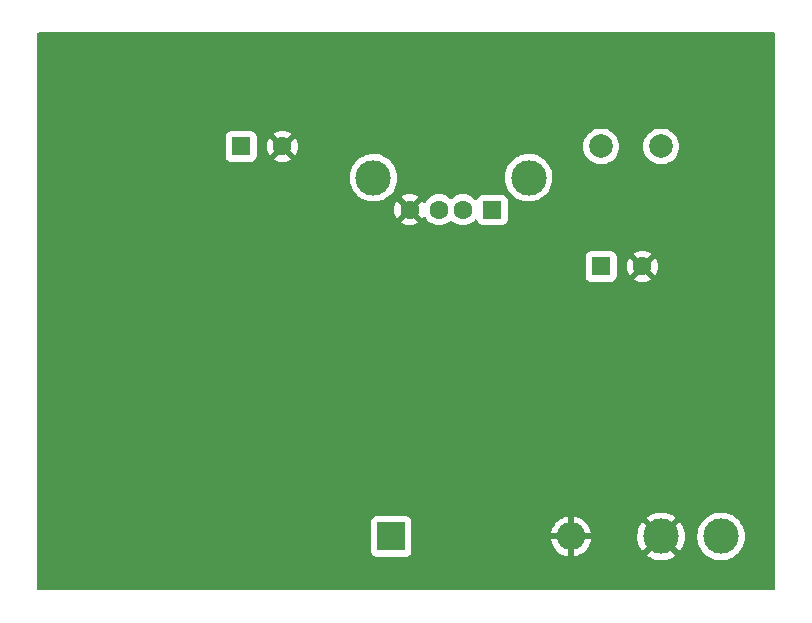
<source format=gbr>
%TF.GenerationSoftware,KiCad,Pcbnew,(6.0.4-0)*%
%TF.CreationDate,2022-04-27T17:17:29-07:00*%
%TF.ProjectId,DC_To_DC_Converter,44435f54-6f5f-4444-935f-436f6e766572,rev?*%
%TF.SameCoordinates,Original*%
%TF.FileFunction,Copper,L2,Bot*%
%TF.FilePolarity,Positive*%
%FSLAX46Y46*%
G04 Gerber Fmt 4.6, Leading zero omitted, Abs format (unit mm)*
G04 Created by KiCad (PCBNEW (6.0.4-0)) date 2022-04-27 17:17:29*
%MOMM*%
%LPD*%
G01*
G04 APERTURE LIST*
%TA.AperFunction,ComponentPad*%
%ADD10R,1.600000X1.600000*%
%TD*%
%TA.AperFunction,ComponentPad*%
%ADD11C,1.600000*%
%TD*%
%TA.AperFunction,ComponentPad*%
%ADD12C,2.000000*%
%TD*%
%TA.AperFunction,ComponentPad*%
%ADD13C,3.000000*%
%TD*%
%TA.AperFunction,ComponentPad*%
%ADD14R,2.400000X2.400000*%
%TD*%
%TA.AperFunction,ComponentPad*%
%ADD15O,2.400000X2.400000*%
%TD*%
%TA.AperFunction,ComponentPad*%
%ADD16R,1.600000X1.500000*%
%TD*%
G04 APERTURE END LIST*
D10*
%TO.P,C1,1*%
%TO.N,Net-(C1-Pad1)*%
X165100000Y-45720000D03*
D11*
%TO.P,C1,2*%
%TO.N,GND*%
X168600000Y-45720000D03*
%TD*%
D12*
%TO.P,FB1,1*%
%TO.N,Net-(FB1-Pad1)*%
X170180000Y-35560000D03*
%TO.P,FB1,2*%
%TO.N,Net-(C1-Pad1)*%
X165100000Y-35560000D03*
%TD*%
D13*
%TO.P,J1,1,Pin_1*%
%TO.N,Net-(FB1-Pad1)*%
X175260000Y-68580000D03*
%TO.P,J1,2,Pin_2*%
%TO.N,GND*%
X170180000Y-68580000D03*
%TD*%
D14*
%TO.P,D1,1,K*%
%TO.N,Net-(D1-Pad1)*%
X147320000Y-68580000D03*
D15*
%TO.P,D1,2,A*%
%TO.N,GND*%
X162560000Y-68580000D03*
%TD*%
D10*
%TO.P,C2,1*%
%TO.N,Net-(C2-Pad1)*%
X134620000Y-35560000D03*
D11*
%TO.P,C2,2*%
%TO.N,GND*%
X138120000Y-35560000D03*
%TD*%
D16*
%TO.P,J2,1,VBUS*%
%TO.N,Net-(C2-Pad1)*%
X155900000Y-40920000D03*
D11*
%TO.P,J2,2,D-*%
%TO.N,unconnected-(J2-Pad2)*%
X153400000Y-40920000D03*
%TO.P,J2,3,D+*%
%TO.N,unconnected-(J2-Pad3)*%
X151400000Y-40920000D03*
%TO.P,J2,4,GND*%
%TO.N,GND*%
X148900000Y-40920000D03*
D13*
%TO.P,J2,5,Shield*%
%TO.N,unconnected-(J2-Pad5)*%
X158970000Y-38210000D03*
X145830000Y-38210000D03*
%TD*%
%TA.AperFunction,Conductor*%
%TO.N,GND*%
G36*
X179773621Y-25928502D02*
G01*
X179820114Y-25982158D01*
X179831500Y-26034500D01*
X179831500Y-73025500D01*
X179811498Y-73093621D01*
X179757842Y-73140114D01*
X179705500Y-73151500D01*
X117474500Y-73151500D01*
X117406379Y-73131498D01*
X117359886Y-73077842D01*
X117348500Y-73025500D01*
X117348500Y-69828134D01*
X145611500Y-69828134D01*
X145618255Y-69890316D01*
X145669385Y-70026705D01*
X145756739Y-70143261D01*
X145873295Y-70230615D01*
X146009684Y-70281745D01*
X146071866Y-70288500D01*
X148568134Y-70288500D01*
X148630316Y-70281745D01*
X148766705Y-70230615D01*
X148883261Y-70143261D01*
X148970615Y-70026705D01*
X149021745Y-69890316D01*
X149028500Y-69828134D01*
X149028500Y-68853460D01*
X160872852Y-68853460D01*
X160908593Y-69033143D01*
X160911082Y-69042118D01*
X160993708Y-69272250D01*
X160997505Y-69280778D01*
X161113234Y-69496160D01*
X161118245Y-69504027D01*
X161264550Y-69699953D01*
X161270656Y-69706977D01*
X161444316Y-69879127D01*
X161451398Y-69885176D01*
X161648586Y-70029760D01*
X161656505Y-70034708D01*
X161872877Y-70148547D01*
X161881451Y-70152275D01*
X162112282Y-70232885D01*
X162121291Y-70235299D01*
X162288201Y-70266988D01*
X162301261Y-70265704D01*
X162305506Y-70252360D01*
X162814000Y-70252360D01*
X162818171Y-70266565D01*
X162830933Y-70268620D01*
X162867487Y-70264617D01*
X162876649Y-70262919D01*
X163113107Y-70200665D01*
X163121926Y-70197628D01*
X163187037Y-70169654D01*
X168955618Y-70169654D01*
X168962673Y-70179627D01*
X168993679Y-70205551D01*
X169000598Y-70210579D01*
X169225272Y-70351515D01*
X169232807Y-70355556D01*
X169474520Y-70464694D01*
X169482551Y-70467680D01*
X169736832Y-70543002D01*
X169745184Y-70544869D01*
X170007340Y-70584984D01*
X170015874Y-70585700D01*
X170281045Y-70589867D01*
X170289596Y-70589418D01*
X170552883Y-70557557D01*
X170561284Y-70555955D01*
X170817824Y-70488653D01*
X170825926Y-70485926D01*
X171070949Y-70384434D01*
X171078617Y-70380628D01*
X171307598Y-70246822D01*
X171314679Y-70242009D01*
X171394655Y-70179301D01*
X171403125Y-70167442D01*
X171396608Y-70155818D01*
X170192812Y-68952022D01*
X170178868Y-68944408D01*
X170177035Y-68944539D01*
X170170420Y-68948790D01*
X168962910Y-70156300D01*
X168955618Y-70169654D01*
X163187037Y-70169654D01*
X163346584Y-70101107D01*
X163354856Y-70096800D01*
X163562777Y-69968135D01*
X163570317Y-69962657D01*
X163756943Y-69804668D01*
X163763593Y-69798132D01*
X163924813Y-69614295D01*
X163930420Y-69606854D01*
X164062700Y-69401202D01*
X164067147Y-69393011D01*
X164167572Y-69170076D01*
X164170767Y-69161298D01*
X164237135Y-68925973D01*
X164238993Y-68916844D01*
X164247246Y-68851969D01*
X164244958Y-68837708D01*
X164231938Y-68834000D01*
X162832115Y-68834000D01*
X162816876Y-68838475D01*
X162815671Y-68839865D01*
X162814000Y-68847548D01*
X162814000Y-70252360D01*
X162305506Y-70252360D01*
X162306000Y-70250808D01*
X162306000Y-68852115D01*
X162301525Y-68836876D01*
X162300135Y-68835671D01*
X162292452Y-68834000D01*
X160887096Y-68834000D01*
X160874695Y-68837641D01*
X160872852Y-68853460D01*
X149028500Y-68853460D01*
X149028500Y-68563204D01*
X168167665Y-68563204D01*
X168182932Y-68827969D01*
X168184005Y-68836470D01*
X168235065Y-69096722D01*
X168237276Y-69104974D01*
X168323184Y-69355894D01*
X168326499Y-69363779D01*
X168445664Y-69600713D01*
X168450020Y-69608079D01*
X168579347Y-69796250D01*
X168589601Y-69804594D01*
X168603342Y-69797448D01*
X169807978Y-68592812D01*
X169814356Y-68581132D01*
X170544408Y-68581132D01*
X170544539Y-68582965D01*
X170548790Y-68589580D01*
X171755730Y-69796520D01*
X171767939Y-69803187D01*
X171779439Y-69794497D01*
X171876831Y-69661913D01*
X171881418Y-69654685D01*
X172007962Y-69421621D01*
X172011530Y-69413827D01*
X172105271Y-69165750D01*
X172107748Y-69157544D01*
X172166954Y-68899038D01*
X172168294Y-68890577D01*
X172192031Y-68624616D01*
X172192277Y-68619677D01*
X172192666Y-68582485D01*
X172192523Y-68577519D01*
X172191255Y-68558918D01*
X173246917Y-68558918D01*
X173262682Y-68832320D01*
X173263507Y-68836525D01*
X173263508Y-68836533D01*
X173284698Y-68944539D01*
X173315405Y-69101053D01*
X173316792Y-69105103D01*
X173316793Y-69105108D01*
X173337605Y-69165895D01*
X173404112Y-69360144D01*
X173527160Y-69604799D01*
X173529586Y-69608328D01*
X173529589Y-69608334D01*
X173658741Y-69796250D01*
X173682274Y-69830490D01*
X173866582Y-70033043D01*
X174076675Y-70208707D01*
X174080316Y-70210991D01*
X174305024Y-70351951D01*
X174305028Y-70351953D01*
X174308664Y-70354234D01*
X174376544Y-70384883D01*
X174554345Y-70465164D01*
X174554349Y-70465166D01*
X174558257Y-70466930D01*
X174562377Y-70468150D01*
X174562376Y-70468150D01*
X174816723Y-70543491D01*
X174816727Y-70543492D01*
X174820836Y-70544709D01*
X174825070Y-70545357D01*
X174825075Y-70545358D01*
X175087298Y-70585483D01*
X175087300Y-70585483D01*
X175091540Y-70586132D01*
X175230912Y-70588322D01*
X175361071Y-70590367D01*
X175361077Y-70590367D01*
X175365362Y-70590434D01*
X175637235Y-70557534D01*
X175902127Y-70488041D01*
X175906087Y-70486401D01*
X175906092Y-70486399D01*
X176028631Y-70435641D01*
X176155136Y-70383241D01*
X176327366Y-70282598D01*
X176387879Y-70247237D01*
X176387880Y-70247236D01*
X176391582Y-70245073D01*
X176607089Y-70076094D01*
X176648809Y-70033043D01*
X176731059Y-69948167D01*
X176797669Y-69879431D01*
X176800202Y-69875983D01*
X176800206Y-69875978D01*
X176957257Y-69662178D01*
X176959795Y-69658723D01*
X176961841Y-69654955D01*
X177088418Y-69421830D01*
X177088419Y-69421828D01*
X177090468Y-69418054D01*
X177187269Y-69161877D01*
X177248407Y-68894933D01*
X177252109Y-68853460D01*
X177272531Y-68624627D01*
X177272532Y-68624616D01*
X177272751Y-68622161D01*
X177273193Y-68580000D01*
X177271465Y-68554648D01*
X177254859Y-68311055D01*
X177254858Y-68311049D01*
X177254567Y-68306778D01*
X177199032Y-68038612D01*
X177107617Y-67780465D01*
X176982013Y-67537112D01*
X176972040Y-67522921D01*
X176903279Y-67425084D01*
X176824545Y-67313057D01*
X176657500Y-67133295D01*
X176641046Y-67115588D01*
X176641043Y-67115585D01*
X176638125Y-67112445D01*
X176634810Y-67109731D01*
X176634806Y-67109728D01*
X176429523Y-66941706D01*
X176426205Y-66938990D01*
X176192704Y-66795901D01*
X176188768Y-66794173D01*
X175945873Y-66687549D01*
X175945869Y-66687548D01*
X175941945Y-66685825D01*
X175678566Y-66610800D01*
X175674324Y-66610196D01*
X175674318Y-66610195D01*
X175473834Y-66581662D01*
X175407443Y-66572213D01*
X175263589Y-66571460D01*
X175137877Y-66570802D01*
X175137871Y-66570802D01*
X175133591Y-66570780D01*
X175129347Y-66571339D01*
X175129343Y-66571339D01*
X175010302Y-66587011D01*
X174862078Y-66606525D01*
X174857938Y-66607658D01*
X174857936Y-66607658D01*
X174785008Y-66627609D01*
X174597928Y-66678788D01*
X174593980Y-66680472D01*
X174349982Y-66784546D01*
X174349978Y-66784548D01*
X174346030Y-66786232D01*
X174326125Y-66798145D01*
X174114725Y-66924664D01*
X174114721Y-66924667D01*
X174111043Y-66926868D01*
X173897318Y-67098094D01*
X173708808Y-67296742D01*
X173549002Y-67519136D01*
X173420857Y-67761161D01*
X173419385Y-67765184D01*
X173419383Y-67765188D01*
X173412314Y-67784506D01*
X173326743Y-68018337D01*
X173268404Y-68285907D01*
X173246917Y-68558918D01*
X172191255Y-68558918D01*
X172174362Y-68311123D01*
X172173201Y-68302649D01*
X172119419Y-68042944D01*
X172117120Y-68034709D01*
X172028588Y-67784705D01*
X172025191Y-67776854D01*
X171903550Y-67541178D01*
X171899122Y-67533866D01*
X171780031Y-67364417D01*
X171769509Y-67356037D01*
X171756121Y-67363089D01*
X170552022Y-68567188D01*
X170544408Y-68581132D01*
X169814356Y-68581132D01*
X169815592Y-68578868D01*
X169815461Y-68577035D01*
X169811210Y-68570420D01*
X168603814Y-67363024D01*
X168591804Y-67356466D01*
X168580064Y-67365434D01*
X168471935Y-67515911D01*
X168467418Y-67523196D01*
X168343325Y-67757567D01*
X168339839Y-67765395D01*
X168248700Y-68014446D01*
X168246311Y-68022670D01*
X168189812Y-68281795D01*
X168188563Y-68290250D01*
X168167754Y-68554653D01*
X168167665Y-68563204D01*
X149028500Y-68563204D01*
X149028500Y-68307976D01*
X160870675Y-68307976D01*
X160873435Y-68322703D01*
X160885614Y-68326000D01*
X162287885Y-68326000D01*
X162303124Y-68321525D01*
X162304329Y-68320135D01*
X162306000Y-68312452D01*
X162306000Y-68307885D01*
X162814000Y-68307885D01*
X162818475Y-68323124D01*
X162819865Y-68324329D01*
X162827548Y-68326000D01*
X164235671Y-68326000D01*
X164249202Y-68322027D01*
X164250634Y-68312068D01*
X164198979Y-68083786D01*
X164196255Y-68074875D01*
X164107633Y-67846983D01*
X164103619Y-67838567D01*
X163982286Y-67626281D01*
X163977070Y-67618548D01*
X163825692Y-67426525D01*
X163819399Y-67419657D01*
X163641294Y-67252112D01*
X163634060Y-67246254D01*
X163433141Y-67106872D01*
X163425115Y-67102144D01*
X163205810Y-66993995D01*
X163202110Y-66992500D01*
X168956584Y-66992500D01*
X168962980Y-67003770D01*
X170167188Y-68207978D01*
X170181132Y-68215592D01*
X170182965Y-68215461D01*
X170189580Y-68211210D01*
X171396604Y-67004186D01*
X171403795Y-66991017D01*
X171396473Y-66980780D01*
X171349233Y-66942115D01*
X171342261Y-66937160D01*
X171116122Y-66798582D01*
X171108552Y-66794624D01*
X170865704Y-66688022D01*
X170857644Y-66685120D01*
X170602592Y-66612467D01*
X170594214Y-66610685D01*
X170331656Y-66573318D01*
X170323111Y-66572691D01*
X170057908Y-66571302D01*
X170049374Y-66571839D01*
X169786433Y-66606456D01*
X169778035Y-66608149D01*
X169522238Y-66678127D01*
X169514143Y-66680946D01*
X169270199Y-66784997D01*
X169262577Y-66788881D01*
X169035013Y-66925075D01*
X169027981Y-66929962D01*
X168965053Y-66980377D01*
X168956584Y-66992500D01*
X163202110Y-66992500D01*
X163197177Y-66990507D01*
X162964288Y-66915958D01*
X162955238Y-66913785D01*
X162831880Y-66893696D01*
X162818286Y-66895393D01*
X162814000Y-66909500D01*
X162814000Y-68307885D01*
X162306000Y-68307885D01*
X162306000Y-66908859D01*
X162301982Y-66895175D01*
X162288290Y-66893154D01*
X162208521Y-66904010D01*
X162199403Y-66905948D01*
X161964668Y-66974367D01*
X161955915Y-66977639D01*
X161733869Y-67080004D01*
X161725714Y-67084524D01*
X161521233Y-67218587D01*
X161513828Y-67224270D01*
X161331413Y-67387082D01*
X161324935Y-67393790D01*
X161168584Y-67581781D01*
X161163163Y-67589381D01*
X161036322Y-67798409D01*
X161032084Y-67806726D01*
X160937529Y-68032214D01*
X160934572Y-68041052D01*
X160874382Y-68278048D01*
X160872764Y-68287228D01*
X160870675Y-68307976D01*
X149028500Y-68307976D01*
X149028500Y-67331866D01*
X149021745Y-67269684D01*
X148970615Y-67133295D01*
X148883261Y-67016739D01*
X148766705Y-66929385D01*
X148630316Y-66878255D01*
X148568134Y-66871500D01*
X146071866Y-66871500D01*
X146009684Y-66878255D01*
X145873295Y-66929385D01*
X145756739Y-67016739D01*
X145669385Y-67133295D01*
X145618255Y-67269684D01*
X145611500Y-67331866D01*
X145611500Y-69828134D01*
X117348500Y-69828134D01*
X117348500Y-46568134D01*
X163791500Y-46568134D01*
X163798255Y-46630316D01*
X163849385Y-46766705D01*
X163936739Y-46883261D01*
X164053295Y-46970615D01*
X164189684Y-47021745D01*
X164251866Y-47028500D01*
X165948134Y-47028500D01*
X166010316Y-47021745D01*
X166146705Y-46970615D01*
X166263261Y-46883261D01*
X166321119Y-46806062D01*
X167878493Y-46806062D01*
X167887789Y-46818077D01*
X167938994Y-46853931D01*
X167948489Y-46859414D01*
X168145947Y-46951490D01*
X168156239Y-46955236D01*
X168366688Y-47011625D01*
X168377481Y-47013528D01*
X168594525Y-47032517D01*
X168605475Y-47032517D01*
X168822519Y-47013528D01*
X168833312Y-47011625D01*
X169043761Y-46955236D01*
X169054053Y-46951490D01*
X169251511Y-46859414D01*
X169261006Y-46853931D01*
X169313048Y-46817491D01*
X169321424Y-46807012D01*
X169314356Y-46793566D01*
X168612812Y-46092022D01*
X168598868Y-46084408D01*
X168597035Y-46084539D01*
X168590420Y-46088790D01*
X167884923Y-46794287D01*
X167878493Y-46806062D01*
X166321119Y-46806062D01*
X166350615Y-46766705D01*
X166401745Y-46630316D01*
X166408500Y-46568134D01*
X166408500Y-45725475D01*
X167287483Y-45725475D01*
X167306472Y-45942519D01*
X167308375Y-45953312D01*
X167364764Y-46163761D01*
X167368510Y-46174053D01*
X167460586Y-46371511D01*
X167466069Y-46381006D01*
X167502509Y-46433048D01*
X167512988Y-46441424D01*
X167526434Y-46434356D01*
X168227978Y-45732812D01*
X168234356Y-45721132D01*
X168964408Y-45721132D01*
X168964539Y-45722965D01*
X168968790Y-45729580D01*
X169674287Y-46435077D01*
X169686062Y-46441507D01*
X169698077Y-46432211D01*
X169733931Y-46381006D01*
X169739414Y-46371511D01*
X169831490Y-46174053D01*
X169835236Y-46163761D01*
X169891625Y-45953312D01*
X169893528Y-45942519D01*
X169912517Y-45725475D01*
X169912517Y-45714525D01*
X169893528Y-45497481D01*
X169891625Y-45486688D01*
X169835236Y-45276239D01*
X169831490Y-45265947D01*
X169739414Y-45068489D01*
X169733931Y-45058994D01*
X169697491Y-45006952D01*
X169687012Y-44998576D01*
X169673566Y-45005644D01*
X168972022Y-45707188D01*
X168964408Y-45721132D01*
X168234356Y-45721132D01*
X168235592Y-45718868D01*
X168235461Y-45717035D01*
X168231210Y-45710420D01*
X167525713Y-45004923D01*
X167513938Y-44998493D01*
X167501923Y-45007789D01*
X167466069Y-45058994D01*
X167460586Y-45068489D01*
X167368510Y-45265947D01*
X167364764Y-45276239D01*
X167308375Y-45486688D01*
X167306472Y-45497481D01*
X167287483Y-45714525D01*
X167287483Y-45725475D01*
X166408500Y-45725475D01*
X166408500Y-44871866D01*
X166401745Y-44809684D01*
X166350615Y-44673295D01*
X166320407Y-44632988D01*
X167878576Y-44632988D01*
X167885644Y-44646434D01*
X168587188Y-45347978D01*
X168601132Y-45355592D01*
X168602965Y-45355461D01*
X168609580Y-45351210D01*
X169315077Y-44645713D01*
X169321507Y-44633938D01*
X169312211Y-44621923D01*
X169261006Y-44586069D01*
X169251511Y-44580586D01*
X169054053Y-44488510D01*
X169043761Y-44484764D01*
X168833312Y-44428375D01*
X168822519Y-44426472D01*
X168605475Y-44407483D01*
X168594525Y-44407483D01*
X168377481Y-44426472D01*
X168366688Y-44428375D01*
X168156239Y-44484764D01*
X168145947Y-44488510D01*
X167948489Y-44580586D01*
X167938994Y-44586069D01*
X167886952Y-44622509D01*
X167878576Y-44632988D01*
X166320407Y-44632988D01*
X166263261Y-44556739D01*
X166146705Y-44469385D01*
X166010316Y-44418255D01*
X165948134Y-44411500D01*
X164251866Y-44411500D01*
X164189684Y-44418255D01*
X164053295Y-44469385D01*
X163936739Y-44556739D01*
X163849385Y-44673295D01*
X163798255Y-44809684D01*
X163791500Y-44871866D01*
X163791500Y-46568134D01*
X117348500Y-46568134D01*
X117348500Y-42006062D01*
X148178493Y-42006062D01*
X148187789Y-42018077D01*
X148238994Y-42053931D01*
X148248489Y-42059414D01*
X148445947Y-42151490D01*
X148456239Y-42155236D01*
X148666688Y-42211625D01*
X148677481Y-42213528D01*
X148894525Y-42232517D01*
X148905475Y-42232517D01*
X149122519Y-42213528D01*
X149133312Y-42211625D01*
X149343761Y-42155236D01*
X149354053Y-42151490D01*
X149551511Y-42059414D01*
X149561006Y-42053931D01*
X149613048Y-42017491D01*
X149621424Y-42007012D01*
X149614356Y-41993566D01*
X148912812Y-41292022D01*
X148898868Y-41284408D01*
X148897035Y-41284539D01*
X148890420Y-41288790D01*
X148184923Y-41994287D01*
X148178493Y-42006062D01*
X117348500Y-42006062D01*
X117348500Y-40925475D01*
X147587483Y-40925475D01*
X147606472Y-41142519D01*
X147608375Y-41153312D01*
X147664764Y-41363761D01*
X147668510Y-41374053D01*
X147760586Y-41571511D01*
X147766069Y-41581006D01*
X147802509Y-41633048D01*
X147812988Y-41641424D01*
X147826434Y-41634356D01*
X148527978Y-40932812D01*
X148534356Y-40921132D01*
X149264408Y-40921132D01*
X149264539Y-40922965D01*
X149268790Y-40929580D01*
X149974287Y-41635077D01*
X149986062Y-41641507D01*
X149998077Y-41632211D01*
X150033934Y-41581002D01*
X150040591Y-41569472D01*
X150091973Y-41520479D01*
X150161687Y-41507042D01*
X150227598Y-41533429D01*
X150258829Y-41569472D01*
X150260153Y-41571765D01*
X150262477Y-41576749D01*
X150265631Y-41581253D01*
X150359084Y-41714717D01*
X150393802Y-41764300D01*
X150555700Y-41926198D01*
X150560208Y-41929355D01*
X150560211Y-41929357D01*
X150638389Y-41984098D01*
X150743251Y-42057523D01*
X150748233Y-42059846D01*
X150748238Y-42059849D01*
X150944765Y-42151490D01*
X150950757Y-42154284D01*
X150956065Y-42155706D01*
X150956067Y-42155707D01*
X151166598Y-42212119D01*
X151166600Y-42212119D01*
X151171913Y-42213543D01*
X151400000Y-42233498D01*
X151628087Y-42213543D01*
X151633400Y-42212119D01*
X151633402Y-42212119D01*
X151843933Y-42155707D01*
X151843935Y-42155706D01*
X151849243Y-42154284D01*
X151855235Y-42151490D01*
X152051762Y-42059849D01*
X152051767Y-42059846D01*
X152056749Y-42057523D01*
X152161611Y-41984098D01*
X152239789Y-41929357D01*
X152239792Y-41929355D01*
X152244300Y-41926198D01*
X152310905Y-41859593D01*
X152373217Y-41825567D01*
X152444032Y-41830632D01*
X152489095Y-41859593D01*
X152555700Y-41926198D01*
X152560208Y-41929355D01*
X152560211Y-41929357D01*
X152638389Y-41984098D01*
X152743251Y-42057523D01*
X152748233Y-42059846D01*
X152748238Y-42059849D01*
X152944765Y-42151490D01*
X152950757Y-42154284D01*
X152956065Y-42155706D01*
X152956067Y-42155707D01*
X153166598Y-42212119D01*
X153166600Y-42212119D01*
X153171913Y-42213543D01*
X153400000Y-42233498D01*
X153628087Y-42213543D01*
X153633400Y-42212119D01*
X153633402Y-42212119D01*
X153843933Y-42155707D01*
X153843935Y-42155706D01*
X153849243Y-42154284D01*
X153855235Y-42151490D01*
X154051762Y-42059849D01*
X154051767Y-42059846D01*
X154056749Y-42057523D01*
X154161611Y-41984098D01*
X154239789Y-41929357D01*
X154239792Y-41929355D01*
X154244300Y-41926198D01*
X154403140Y-41767358D01*
X154465452Y-41733332D01*
X154536267Y-41738397D01*
X154593103Y-41780944D01*
X154610216Y-41812223D01*
X154649385Y-41916705D01*
X154736739Y-42033261D01*
X154853295Y-42120615D01*
X154989684Y-42171745D01*
X155051866Y-42178500D01*
X156748134Y-42178500D01*
X156810316Y-42171745D01*
X156946705Y-42120615D01*
X157063261Y-42033261D01*
X157150615Y-41916705D01*
X157201745Y-41780316D01*
X157208500Y-41718134D01*
X157208500Y-40121866D01*
X157208085Y-40118041D01*
X157207815Y-40115560D01*
X157201745Y-40059684D01*
X157150615Y-39923295D01*
X157063261Y-39806739D01*
X156946705Y-39719385D01*
X156810316Y-39668255D01*
X156748134Y-39661500D01*
X155051866Y-39661500D01*
X154989684Y-39668255D01*
X154853295Y-39719385D01*
X154736739Y-39806739D01*
X154649385Y-39923295D01*
X154646233Y-39931703D01*
X154646232Y-39931705D01*
X154610217Y-40027776D01*
X154567576Y-40084541D01*
X154501015Y-40109241D01*
X154431666Y-40094034D01*
X154403140Y-40072642D01*
X154244300Y-39913802D01*
X154239792Y-39910645D01*
X154239789Y-39910643D01*
X154140315Y-39840991D01*
X154056749Y-39782477D01*
X154051767Y-39780154D01*
X154051762Y-39780151D01*
X153854225Y-39688039D01*
X153854224Y-39688039D01*
X153849243Y-39685716D01*
X153843935Y-39684294D01*
X153843933Y-39684293D01*
X153633402Y-39627881D01*
X153633400Y-39627881D01*
X153628087Y-39626457D01*
X153400000Y-39606502D01*
X153171913Y-39626457D01*
X153166600Y-39627881D01*
X153166598Y-39627881D01*
X152956067Y-39684293D01*
X152956065Y-39684294D01*
X152950757Y-39685716D01*
X152945776Y-39688039D01*
X152945775Y-39688039D01*
X152748238Y-39780151D01*
X152748233Y-39780154D01*
X152743251Y-39782477D01*
X152659685Y-39840991D01*
X152560211Y-39910643D01*
X152560208Y-39910645D01*
X152555700Y-39913802D01*
X152489095Y-39980407D01*
X152426783Y-40014433D01*
X152355968Y-40009368D01*
X152310905Y-39980407D01*
X152244300Y-39913802D01*
X152239792Y-39910645D01*
X152239789Y-39910643D01*
X152140315Y-39840991D01*
X152056749Y-39782477D01*
X152051767Y-39780154D01*
X152051762Y-39780151D01*
X151854225Y-39688039D01*
X151854224Y-39688039D01*
X151849243Y-39685716D01*
X151843935Y-39684294D01*
X151843933Y-39684293D01*
X151633402Y-39627881D01*
X151633400Y-39627881D01*
X151628087Y-39626457D01*
X151400000Y-39606502D01*
X151171913Y-39626457D01*
X151166600Y-39627881D01*
X151166598Y-39627881D01*
X150956067Y-39684293D01*
X150956065Y-39684294D01*
X150950757Y-39685716D01*
X150945776Y-39688039D01*
X150945775Y-39688039D01*
X150748238Y-39780151D01*
X150748233Y-39780154D01*
X150743251Y-39782477D01*
X150659685Y-39840991D01*
X150560211Y-39910643D01*
X150560208Y-39910645D01*
X150555700Y-39913802D01*
X150393802Y-40075700D01*
X150390645Y-40080208D01*
X150390643Y-40080211D01*
X150318056Y-40183876D01*
X150262477Y-40263251D01*
X150260153Y-40268235D01*
X150258829Y-40270528D01*
X150207447Y-40319521D01*
X150137733Y-40332957D01*
X150071822Y-40306571D01*
X150040591Y-40270528D01*
X150033934Y-40258998D01*
X149997491Y-40206952D01*
X149987012Y-40198576D01*
X149973566Y-40205644D01*
X149272022Y-40907188D01*
X149264408Y-40921132D01*
X148534356Y-40921132D01*
X148535592Y-40918868D01*
X148535461Y-40917035D01*
X148531210Y-40910420D01*
X147825713Y-40204923D01*
X147813938Y-40198493D01*
X147801923Y-40207789D01*
X147766069Y-40258994D01*
X147760586Y-40268489D01*
X147668510Y-40465947D01*
X147664764Y-40476239D01*
X147608375Y-40686688D01*
X147606472Y-40697481D01*
X147587483Y-40914525D01*
X147587483Y-40925475D01*
X117348500Y-40925475D01*
X117348500Y-38188918D01*
X143816917Y-38188918D01*
X143832682Y-38462320D01*
X143833507Y-38466525D01*
X143833508Y-38466533D01*
X143844127Y-38520657D01*
X143885405Y-38731053D01*
X143886792Y-38735103D01*
X143886793Y-38735108D01*
X143907605Y-38795895D01*
X143974112Y-38990144D01*
X144097160Y-39234799D01*
X144099586Y-39238328D01*
X144099589Y-39238334D01*
X144249843Y-39456953D01*
X144252274Y-39460490D01*
X144255161Y-39463663D01*
X144255162Y-39463664D01*
X144402856Y-39625978D01*
X144436582Y-39663043D01*
X144439877Y-39665798D01*
X144439878Y-39665799D01*
X144446133Y-39671029D01*
X144646675Y-39838707D01*
X144650316Y-39840991D01*
X144875024Y-39981951D01*
X144875028Y-39981953D01*
X144878664Y-39984234D01*
X145003461Y-40040582D01*
X145124345Y-40095164D01*
X145124349Y-40095166D01*
X145128257Y-40096930D01*
X145191393Y-40115632D01*
X145386723Y-40173491D01*
X145386727Y-40173492D01*
X145390836Y-40174709D01*
X145395070Y-40175357D01*
X145395075Y-40175358D01*
X145657298Y-40215483D01*
X145657300Y-40215483D01*
X145661540Y-40216132D01*
X145800912Y-40218322D01*
X145931071Y-40220367D01*
X145931077Y-40220367D01*
X145935362Y-40220434D01*
X146207235Y-40187534D01*
X146472127Y-40118041D01*
X146476087Y-40116401D01*
X146476092Y-40116399D01*
X146613013Y-40059684D01*
X146725136Y-40013241D01*
X146961582Y-39875073D01*
X147015255Y-39832988D01*
X148178576Y-39832988D01*
X148185644Y-39846434D01*
X148887188Y-40547978D01*
X148901132Y-40555592D01*
X148902965Y-40555461D01*
X148909580Y-40551210D01*
X149615077Y-39845713D01*
X149621507Y-39833938D01*
X149612211Y-39821923D01*
X149561006Y-39786069D01*
X149551511Y-39780586D01*
X149354053Y-39688510D01*
X149343761Y-39684764D01*
X149133312Y-39628375D01*
X149122519Y-39626472D01*
X148905475Y-39607483D01*
X148894525Y-39607483D01*
X148677481Y-39626472D01*
X148666688Y-39628375D01*
X148456239Y-39684764D01*
X148445947Y-39688510D01*
X148248489Y-39780586D01*
X148238994Y-39786069D01*
X148186952Y-39822509D01*
X148178576Y-39832988D01*
X147015255Y-39832988D01*
X147177089Y-39706094D01*
X147197760Y-39684764D01*
X147364686Y-39512509D01*
X147367669Y-39509431D01*
X147370202Y-39505983D01*
X147370206Y-39505978D01*
X147527257Y-39292178D01*
X147529795Y-39288723D01*
X147557154Y-39238334D01*
X147658418Y-39051830D01*
X147658419Y-39051828D01*
X147660468Y-39048054D01*
X147757269Y-38791877D01*
X147818407Y-38524933D01*
X147842751Y-38252161D01*
X147843193Y-38210000D01*
X147841756Y-38188918D01*
X156956917Y-38188918D01*
X156972682Y-38462320D01*
X156973507Y-38466525D01*
X156973508Y-38466533D01*
X156984127Y-38520657D01*
X157025405Y-38731053D01*
X157026792Y-38735103D01*
X157026793Y-38735108D01*
X157047605Y-38795895D01*
X157114112Y-38990144D01*
X157237160Y-39234799D01*
X157239586Y-39238328D01*
X157239589Y-39238334D01*
X157389843Y-39456953D01*
X157392274Y-39460490D01*
X157395161Y-39463663D01*
X157395162Y-39463664D01*
X157542856Y-39625978D01*
X157576582Y-39663043D01*
X157579877Y-39665798D01*
X157579878Y-39665799D01*
X157586133Y-39671029D01*
X157786675Y-39838707D01*
X157790316Y-39840991D01*
X158015024Y-39981951D01*
X158015028Y-39981953D01*
X158018664Y-39984234D01*
X158143461Y-40040582D01*
X158264345Y-40095164D01*
X158264349Y-40095166D01*
X158268257Y-40096930D01*
X158331393Y-40115632D01*
X158526723Y-40173491D01*
X158526727Y-40173492D01*
X158530836Y-40174709D01*
X158535070Y-40175357D01*
X158535075Y-40175358D01*
X158797298Y-40215483D01*
X158797300Y-40215483D01*
X158801540Y-40216132D01*
X158940912Y-40218322D01*
X159071071Y-40220367D01*
X159071077Y-40220367D01*
X159075362Y-40220434D01*
X159347235Y-40187534D01*
X159612127Y-40118041D01*
X159616087Y-40116401D01*
X159616092Y-40116399D01*
X159753013Y-40059684D01*
X159865136Y-40013241D01*
X160101582Y-39875073D01*
X160317089Y-39706094D01*
X160337760Y-39684764D01*
X160504686Y-39512509D01*
X160507669Y-39509431D01*
X160510202Y-39505983D01*
X160510206Y-39505978D01*
X160667257Y-39292178D01*
X160669795Y-39288723D01*
X160697154Y-39238334D01*
X160798418Y-39051830D01*
X160798419Y-39051828D01*
X160800468Y-39048054D01*
X160897269Y-38791877D01*
X160958407Y-38524933D01*
X160982751Y-38252161D01*
X160983193Y-38210000D01*
X160964567Y-37936778D01*
X160909032Y-37668612D01*
X160817617Y-37410465D01*
X160692013Y-37167112D01*
X160682040Y-37152921D01*
X160537008Y-36946562D01*
X160534545Y-36943057D01*
X160449581Y-36851625D01*
X160351046Y-36745588D01*
X160351043Y-36745585D01*
X160348125Y-36742445D01*
X160344810Y-36739731D01*
X160344806Y-36739728D01*
X160191063Y-36613891D01*
X160136205Y-36568990D01*
X159902704Y-36425901D01*
X159898768Y-36424173D01*
X159655873Y-36317549D01*
X159655869Y-36317548D01*
X159651945Y-36315825D01*
X159388566Y-36240800D01*
X159384324Y-36240196D01*
X159384318Y-36240195D01*
X159182773Y-36211511D01*
X159117443Y-36202213D01*
X158973589Y-36201460D01*
X158847877Y-36200802D01*
X158847871Y-36200802D01*
X158843591Y-36200780D01*
X158839347Y-36201339D01*
X158839343Y-36201339D01*
X158720302Y-36217011D01*
X158572078Y-36236525D01*
X158567938Y-36237658D01*
X158567936Y-36237658D01*
X158533923Y-36246963D01*
X158307928Y-36308788D01*
X158303980Y-36310472D01*
X158059982Y-36414546D01*
X158059978Y-36414548D01*
X158056030Y-36416232D01*
X157978788Y-36462460D01*
X157824725Y-36554664D01*
X157824721Y-36554667D01*
X157821043Y-36556868D01*
X157607318Y-36728094D01*
X157526017Y-36813767D01*
X157436366Y-36908240D01*
X157418808Y-36926742D01*
X157259002Y-37149136D01*
X157130857Y-37391161D01*
X157129385Y-37395184D01*
X157129383Y-37395188D01*
X157122314Y-37414506D01*
X157036743Y-37648337D01*
X156978404Y-37915907D01*
X156956917Y-38188918D01*
X147841756Y-38188918D01*
X147824567Y-37936778D01*
X147769032Y-37668612D01*
X147677617Y-37410465D01*
X147552013Y-37167112D01*
X147542040Y-37152921D01*
X147397008Y-36946562D01*
X147394545Y-36943057D01*
X147309581Y-36851625D01*
X147211046Y-36745588D01*
X147211043Y-36745585D01*
X147208125Y-36742445D01*
X147204810Y-36739731D01*
X147204806Y-36739728D01*
X147051063Y-36613891D01*
X146996205Y-36568990D01*
X146762704Y-36425901D01*
X146758768Y-36424173D01*
X146515873Y-36317549D01*
X146515869Y-36317548D01*
X146511945Y-36315825D01*
X146248566Y-36240800D01*
X146244324Y-36240196D01*
X146244318Y-36240195D01*
X146042773Y-36211511D01*
X145977443Y-36202213D01*
X145833589Y-36201460D01*
X145707877Y-36200802D01*
X145707871Y-36200802D01*
X145703591Y-36200780D01*
X145699347Y-36201339D01*
X145699343Y-36201339D01*
X145580302Y-36217011D01*
X145432078Y-36236525D01*
X145427938Y-36237658D01*
X145427936Y-36237658D01*
X145393923Y-36246963D01*
X145167928Y-36308788D01*
X145163980Y-36310472D01*
X144919982Y-36414546D01*
X144919978Y-36414548D01*
X144916030Y-36416232D01*
X144838788Y-36462460D01*
X144684725Y-36554664D01*
X144684721Y-36554667D01*
X144681043Y-36556868D01*
X144467318Y-36728094D01*
X144386017Y-36813767D01*
X144296366Y-36908240D01*
X144278808Y-36926742D01*
X144119002Y-37149136D01*
X143990857Y-37391161D01*
X143989385Y-37395184D01*
X143989383Y-37395188D01*
X143982314Y-37414506D01*
X143896743Y-37648337D01*
X143838404Y-37915907D01*
X143816917Y-38188918D01*
X117348500Y-38188918D01*
X117348500Y-36408134D01*
X133311500Y-36408134D01*
X133318255Y-36470316D01*
X133369385Y-36606705D01*
X133456739Y-36723261D01*
X133573295Y-36810615D01*
X133709684Y-36861745D01*
X133771866Y-36868500D01*
X135468134Y-36868500D01*
X135530316Y-36861745D01*
X135666705Y-36810615D01*
X135783261Y-36723261D01*
X135841119Y-36646062D01*
X137398493Y-36646062D01*
X137407789Y-36658077D01*
X137458994Y-36693931D01*
X137468489Y-36699414D01*
X137665947Y-36791490D01*
X137676239Y-36795236D01*
X137886688Y-36851625D01*
X137897481Y-36853528D01*
X138114525Y-36872517D01*
X138125475Y-36872517D01*
X138342519Y-36853528D01*
X138353312Y-36851625D01*
X138563761Y-36795236D01*
X138574053Y-36791490D01*
X138771511Y-36699414D01*
X138781006Y-36693931D01*
X138833048Y-36657491D01*
X138841424Y-36647012D01*
X138834356Y-36633566D01*
X138132812Y-35932022D01*
X138118868Y-35924408D01*
X138117035Y-35924539D01*
X138110420Y-35928790D01*
X137404923Y-36634287D01*
X137398493Y-36646062D01*
X135841119Y-36646062D01*
X135870615Y-36606705D01*
X135921745Y-36470316D01*
X135928500Y-36408134D01*
X135928500Y-35565475D01*
X136807483Y-35565475D01*
X136826472Y-35782519D01*
X136828375Y-35793312D01*
X136884764Y-36003761D01*
X136888510Y-36014053D01*
X136980586Y-36211511D01*
X136986069Y-36221006D01*
X137022509Y-36273048D01*
X137032988Y-36281424D01*
X137046434Y-36274356D01*
X137747978Y-35572812D01*
X137754356Y-35561132D01*
X138484408Y-35561132D01*
X138484539Y-35562965D01*
X138488790Y-35569580D01*
X139194287Y-36275077D01*
X139206062Y-36281507D01*
X139218077Y-36272211D01*
X139253931Y-36221006D01*
X139259414Y-36211511D01*
X139351490Y-36014053D01*
X139355236Y-36003761D01*
X139411625Y-35793312D01*
X139413528Y-35782519D01*
X139432517Y-35565475D01*
X139432517Y-35560000D01*
X163586835Y-35560000D01*
X163605465Y-35796711D01*
X163660895Y-36027594D01*
X163662788Y-36032165D01*
X163662789Y-36032167D01*
X163749695Y-36241977D01*
X163751760Y-36246963D01*
X163754346Y-36251183D01*
X163873241Y-36445202D01*
X163873245Y-36445208D01*
X163875824Y-36449416D01*
X164030031Y-36629969D01*
X164033787Y-36633177D01*
X164035087Y-36634287D01*
X164210584Y-36784176D01*
X164214792Y-36786755D01*
X164214798Y-36786759D01*
X164408817Y-36905654D01*
X164413037Y-36908240D01*
X164417607Y-36910133D01*
X164417611Y-36910135D01*
X164627833Y-36997211D01*
X164632406Y-36999105D01*
X164712609Y-37018360D01*
X164858476Y-37053380D01*
X164858482Y-37053381D01*
X164863289Y-37054535D01*
X165100000Y-37073165D01*
X165336711Y-37054535D01*
X165341518Y-37053381D01*
X165341524Y-37053380D01*
X165487391Y-37018360D01*
X165567594Y-36999105D01*
X165572167Y-36997211D01*
X165782389Y-36910135D01*
X165782393Y-36910133D01*
X165786963Y-36908240D01*
X165791183Y-36905654D01*
X165985202Y-36786759D01*
X165985208Y-36786755D01*
X165989416Y-36784176D01*
X166164913Y-36634287D01*
X166166213Y-36633177D01*
X166169969Y-36629969D01*
X166324176Y-36449416D01*
X166326755Y-36445208D01*
X166326759Y-36445202D01*
X166445654Y-36251183D01*
X166448240Y-36246963D01*
X166450306Y-36241977D01*
X166537211Y-36032167D01*
X166537212Y-36032165D01*
X166539105Y-36027594D01*
X166594535Y-35796711D01*
X166613165Y-35560000D01*
X168666835Y-35560000D01*
X168685465Y-35796711D01*
X168740895Y-36027594D01*
X168742788Y-36032165D01*
X168742789Y-36032167D01*
X168829695Y-36241977D01*
X168831760Y-36246963D01*
X168834346Y-36251183D01*
X168953241Y-36445202D01*
X168953245Y-36445208D01*
X168955824Y-36449416D01*
X169110031Y-36629969D01*
X169113787Y-36633177D01*
X169115087Y-36634287D01*
X169290584Y-36784176D01*
X169294792Y-36786755D01*
X169294798Y-36786759D01*
X169488817Y-36905654D01*
X169493037Y-36908240D01*
X169497607Y-36910133D01*
X169497611Y-36910135D01*
X169707833Y-36997211D01*
X169712406Y-36999105D01*
X169792609Y-37018360D01*
X169938476Y-37053380D01*
X169938482Y-37053381D01*
X169943289Y-37054535D01*
X170180000Y-37073165D01*
X170416711Y-37054535D01*
X170421518Y-37053381D01*
X170421524Y-37053380D01*
X170567391Y-37018360D01*
X170647594Y-36999105D01*
X170652167Y-36997211D01*
X170862389Y-36910135D01*
X170862393Y-36910133D01*
X170866963Y-36908240D01*
X170871183Y-36905654D01*
X171065202Y-36786759D01*
X171065208Y-36786755D01*
X171069416Y-36784176D01*
X171244913Y-36634287D01*
X171246213Y-36633177D01*
X171249969Y-36629969D01*
X171404176Y-36449416D01*
X171406755Y-36445208D01*
X171406759Y-36445202D01*
X171525654Y-36251183D01*
X171528240Y-36246963D01*
X171530306Y-36241977D01*
X171617211Y-36032167D01*
X171617212Y-36032165D01*
X171619105Y-36027594D01*
X171674535Y-35796711D01*
X171693165Y-35560000D01*
X171674535Y-35323289D01*
X171619105Y-35092406D01*
X171528240Y-34873037D01*
X171512255Y-34846952D01*
X171406759Y-34674798D01*
X171406755Y-34674792D01*
X171404176Y-34670584D01*
X171249969Y-34490031D01*
X171245758Y-34486434D01*
X171134438Y-34391358D01*
X171069416Y-34335824D01*
X171065208Y-34333245D01*
X171065202Y-34333241D01*
X170871183Y-34214346D01*
X170866963Y-34211760D01*
X170862393Y-34209867D01*
X170862389Y-34209865D01*
X170652167Y-34122789D01*
X170652165Y-34122788D01*
X170647594Y-34120895D01*
X170567391Y-34101640D01*
X170421524Y-34066620D01*
X170421518Y-34066619D01*
X170416711Y-34065465D01*
X170180000Y-34046835D01*
X169943289Y-34065465D01*
X169938482Y-34066619D01*
X169938476Y-34066620D01*
X169792609Y-34101640D01*
X169712406Y-34120895D01*
X169707835Y-34122788D01*
X169707833Y-34122789D01*
X169497611Y-34209865D01*
X169497607Y-34209867D01*
X169493037Y-34211760D01*
X169488817Y-34214346D01*
X169294798Y-34333241D01*
X169294792Y-34333245D01*
X169290584Y-34335824D01*
X169225562Y-34391358D01*
X169114243Y-34486434D01*
X169110031Y-34490031D01*
X168955824Y-34670584D01*
X168953245Y-34674792D01*
X168953241Y-34674798D01*
X168847745Y-34846952D01*
X168831760Y-34873037D01*
X168740895Y-35092406D01*
X168685465Y-35323289D01*
X168666835Y-35560000D01*
X166613165Y-35560000D01*
X166594535Y-35323289D01*
X166539105Y-35092406D01*
X166448240Y-34873037D01*
X166432255Y-34846952D01*
X166326759Y-34674798D01*
X166326755Y-34674792D01*
X166324176Y-34670584D01*
X166169969Y-34490031D01*
X166165758Y-34486434D01*
X166054438Y-34391358D01*
X165989416Y-34335824D01*
X165985208Y-34333245D01*
X165985202Y-34333241D01*
X165791183Y-34214346D01*
X165786963Y-34211760D01*
X165782393Y-34209867D01*
X165782389Y-34209865D01*
X165572167Y-34122789D01*
X165572165Y-34122788D01*
X165567594Y-34120895D01*
X165487391Y-34101640D01*
X165341524Y-34066620D01*
X165341518Y-34066619D01*
X165336711Y-34065465D01*
X165100000Y-34046835D01*
X164863289Y-34065465D01*
X164858482Y-34066619D01*
X164858476Y-34066620D01*
X164712609Y-34101640D01*
X164632406Y-34120895D01*
X164627835Y-34122788D01*
X164627833Y-34122789D01*
X164417611Y-34209865D01*
X164417607Y-34209867D01*
X164413037Y-34211760D01*
X164408817Y-34214346D01*
X164214798Y-34333241D01*
X164214792Y-34333245D01*
X164210584Y-34335824D01*
X164145562Y-34391358D01*
X164034243Y-34486434D01*
X164030031Y-34490031D01*
X163875824Y-34670584D01*
X163873245Y-34674792D01*
X163873241Y-34674798D01*
X163767745Y-34846952D01*
X163751760Y-34873037D01*
X163660895Y-35092406D01*
X163605465Y-35323289D01*
X163586835Y-35560000D01*
X139432517Y-35560000D01*
X139432517Y-35554525D01*
X139413528Y-35337481D01*
X139411625Y-35326688D01*
X139355236Y-35116239D01*
X139351490Y-35105947D01*
X139259414Y-34908489D01*
X139253931Y-34898994D01*
X139217491Y-34846952D01*
X139207012Y-34838576D01*
X139193566Y-34845644D01*
X138492022Y-35547188D01*
X138484408Y-35561132D01*
X137754356Y-35561132D01*
X137755592Y-35558868D01*
X137755461Y-35557035D01*
X137751210Y-35550420D01*
X137045713Y-34844923D01*
X137033938Y-34838493D01*
X137021923Y-34847789D01*
X136986069Y-34898994D01*
X136980586Y-34908489D01*
X136888510Y-35105947D01*
X136884764Y-35116239D01*
X136828375Y-35326688D01*
X136826472Y-35337481D01*
X136807483Y-35554525D01*
X136807483Y-35565475D01*
X135928500Y-35565475D01*
X135928500Y-34711866D01*
X135921745Y-34649684D01*
X135870615Y-34513295D01*
X135840407Y-34472988D01*
X137398576Y-34472988D01*
X137405644Y-34486434D01*
X138107188Y-35187978D01*
X138121132Y-35195592D01*
X138122965Y-35195461D01*
X138129580Y-35191210D01*
X138835077Y-34485713D01*
X138841507Y-34473938D01*
X138832211Y-34461923D01*
X138781006Y-34426069D01*
X138771511Y-34420586D01*
X138574053Y-34328510D01*
X138563761Y-34324764D01*
X138353312Y-34268375D01*
X138342519Y-34266472D01*
X138125475Y-34247483D01*
X138114525Y-34247483D01*
X137897481Y-34266472D01*
X137886688Y-34268375D01*
X137676239Y-34324764D01*
X137665947Y-34328510D01*
X137468489Y-34420586D01*
X137458994Y-34426069D01*
X137406952Y-34462509D01*
X137398576Y-34472988D01*
X135840407Y-34472988D01*
X135783261Y-34396739D01*
X135666705Y-34309385D01*
X135530316Y-34258255D01*
X135468134Y-34251500D01*
X133771866Y-34251500D01*
X133709684Y-34258255D01*
X133573295Y-34309385D01*
X133456739Y-34396739D01*
X133369385Y-34513295D01*
X133318255Y-34649684D01*
X133311500Y-34711866D01*
X133311500Y-36408134D01*
X117348500Y-36408134D01*
X117348500Y-26034500D01*
X117368502Y-25966379D01*
X117422158Y-25919886D01*
X117474500Y-25908500D01*
X179705500Y-25908500D01*
X179773621Y-25928502D01*
G37*
%TD.AperFunction*%
%TD*%
M02*

</source>
